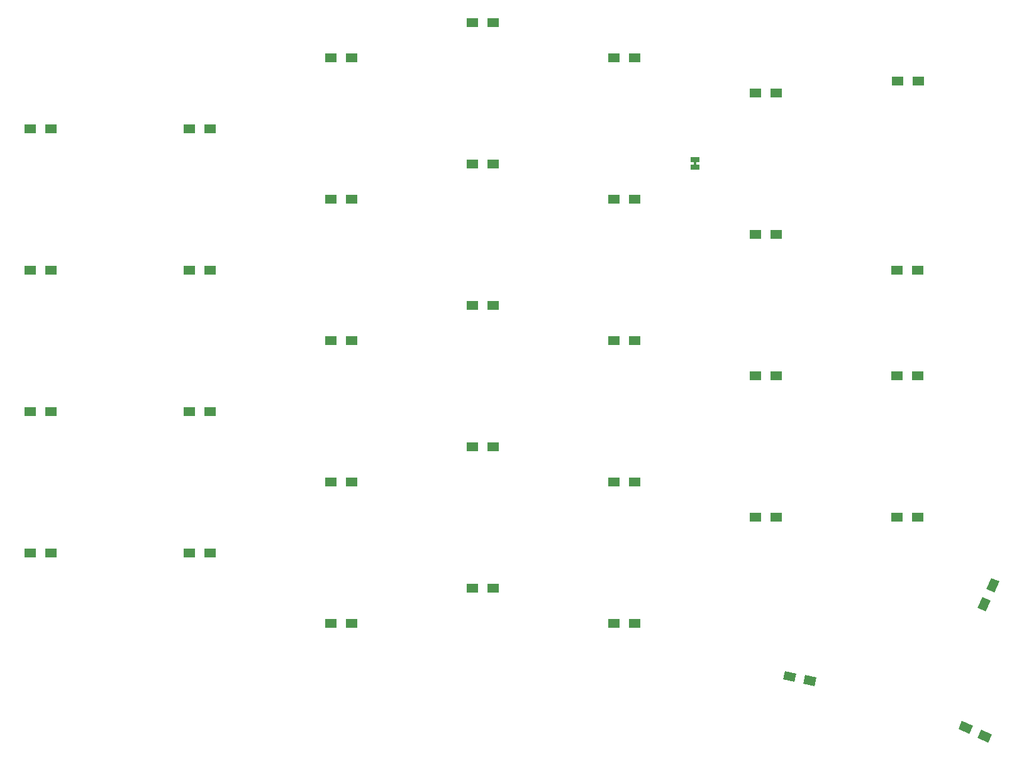
<source format=gbr>
%TF.GenerationSoftware,KiCad,Pcbnew,5.1.10*%
%TF.CreationDate,2021-06-26T14:40:23+02:00*%
%TF.ProjectId,pcb,7063622e-6b69-4636-9164-5f7063625858,rev?*%
%TF.SameCoordinates,Original*%
%TF.FileFunction,Paste,Bot*%
%TF.FilePolarity,Positive*%
%FSLAX46Y46*%
G04 Gerber Fmt 4.6, Leading zero omitted, Abs format (unit mm)*
G04 Created by KiCad (PCBNEW 5.1.10) date 2021-06-26 14:40:23*
%MOMM*%
%LPD*%
G01*
G04 APERTURE LIST*
%ADD10C,0.100000*%
%ADD11R,1.600000X1.200000*%
%ADD12R,1.143000X0.635000*%
%ADD13R,0.381000X0.381000*%
G04 APERTURE END LIST*
D10*
%TO.C,D34*%
G36*
X167257301Y-151202702D02*
G01*
X168352702Y-151692699D01*
X167699373Y-153153234D01*
X166603972Y-152663237D01*
X167257301Y-151202702D01*
G37*
G36*
X168400627Y-148646766D02*
G01*
X169496028Y-149136763D01*
X168842699Y-150597298D01*
X167747298Y-150107301D01*
X168400627Y-148646766D01*
G37*
%TD*%
%TO.C,D33*%
G36*
X165956464Y-168580303D02*
G01*
X165466467Y-169675704D01*
X164005932Y-169022375D01*
X164495929Y-167926974D01*
X165956464Y-168580303D01*
G37*
G36*
X168512400Y-169723629D02*
G01*
X168022403Y-170819030D01*
X166561868Y-170165701D01*
X167051865Y-169070300D01*
X168512400Y-169723629D01*
G37*
%TD*%
D11*
%TO.C,D32*%
X155762500Y-140493750D03*
X158562500Y-140493750D03*
%TD*%
%TO.C,D31*%
X155762500Y-121443750D03*
X158562500Y-121443750D03*
%TD*%
%TO.C,D30*%
X155762500Y-107156250D03*
X158562500Y-107156250D03*
%TD*%
%TO.C,D29*%
X155850000Y-81700000D03*
X158650000Y-81700000D03*
%TD*%
D10*
%TO.C,D28*%
G36*
X142187849Y-161502603D02*
G01*
X141938355Y-162676380D01*
X140373319Y-162343721D01*
X140622813Y-161169944D01*
X142187849Y-161502603D01*
G37*
G36*
X144926663Y-162084755D02*
G01*
X144677169Y-163258532D01*
X143112133Y-162925873D01*
X143361627Y-161752096D01*
X144926663Y-162084755D01*
G37*
%TD*%
D11*
%TO.C,D27*%
X136712500Y-140493750D03*
X139512500Y-140493750D03*
%TD*%
%TO.C,D26*%
X136712500Y-121443750D03*
X139512500Y-121443750D03*
%TD*%
%TO.C,D25*%
X136712500Y-102393750D03*
X139512500Y-102393750D03*
%TD*%
%TO.C,D24*%
X136712500Y-83343750D03*
X139512500Y-83343750D03*
%TD*%
%TO.C,D23*%
X117662500Y-154781250D03*
X120462500Y-154781250D03*
%TD*%
%TO.C,D22*%
X117662500Y-135731250D03*
X120462500Y-135731250D03*
%TD*%
%TO.C,D21*%
X117662500Y-116681250D03*
X120462500Y-116681250D03*
%TD*%
%TO.C,D20*%
X117662500Y-97631250D03*
X120462500Y-97631250D03*
%TD*%
%TO.C,D19*%
X117662500Y-78581250D03*
X120462500Y-78581250D03*
%TD*%
%TO.C,D18*%
X98612500Y-150018750D03*
X101412500Y-150018750D03*
%TD*%
%TO.C,D17*%
X98612500Y-130968750D03*
X101412500Y-130968750D03*
%TD*%
%TO.C,D16*%
X98612500Y-111918750D03*
X101412500Y-111918750D03*
%TD*%
%TO.C,D15*%
X98612500Y-92868750D03*
X101412500Y-92868750D03*
%TD*%
%TO.C,D14*%
X98612500Y-73818750D03*
X101412500Y-73818750D03*
%TD*%
%TO.C,D13*%
X79562840Y-154781900D03*
X82362840Y-154781900D03*
%TD*%
%TO.C,D12*%
X79562500Y-135731250D03*
X82362500Y-135731250D03*
%TD*%
%TO.C,D11*%
X79562500Y-116681250D03*
X82362500Y-116681250D03*
%TD*%
%TO.C,D10*%
X79562500Y-97631250D03*
X82362500Y-97631250D03*
%TD*%
%TO.C,D9*%
X79562500Y-78581250D03*
X82362500Y-78581250D03*
%TD*%
%TO.C,D8*%
X60512500Y-145256250D03*
X63312500Y-145256250D03*
%TD*%
%TO.C,D7*%
X60512500Y-126206250D03*
X63312500Y-126206250D03*
%TD*%
%TO.C,D6*%
X60512500Y-107156250D03*
X63312500Y-107156250D03*
%TD*%
%TO.C,D5*%
X60512500Y-88106250D03*
X63312500Y-88106250D03*
%TD*%
%TO.C,D4*%
X39081250Y-145256250D03*
X41881250Y-145256250D03*
%TD*%
%TO.C,D3*%
X39081250Y-126206250D03*
X41881250Y-126206250D03*
%TD*%
%TO.C,D2*%
X39081250Y-107156250D03*
X41881250Y-107156250D03*
%TD*%
%TO.C,D1*%
X39081250Y-88106250D03*
X41881250Y-88106250D03*
%TD*%
D12*
%TO.C,JP1*%
X128575000Y-93275380D03*
X128575000Y-92274620D03*
D13*
X128575000Y-92775000D03*
%TD*%
M02*

</source>
